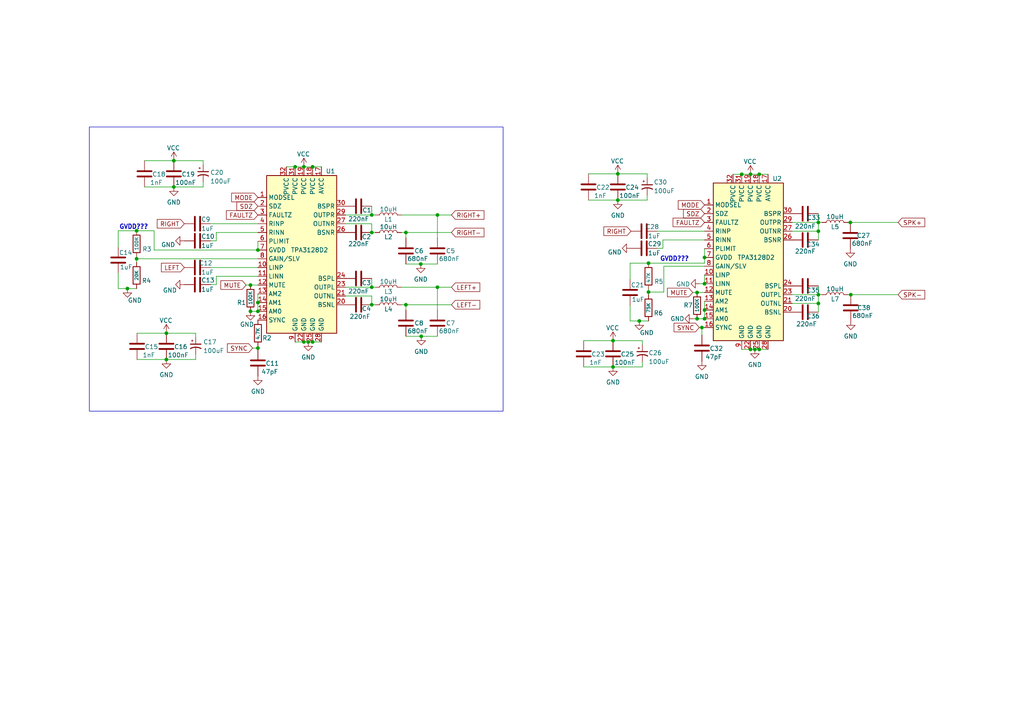
<source format=kicad_sch>
(kicad_sch (version 20230121) (generator eeschema)
  (paper "A4")
  (lib_symbols
    (symbol "Amplifier_Audio:SSM2165"
      (property "Reference" "U1" (at 6.985 25.4 0))
      (property "Value" "TPA3128D2" (at -3.175 2.54 0))
      (symbol "SSM2165_0_1"
        (rectangle (start -10.16 24.13) (end 10.16 -21.59) (stroke (width 0.254)) (fill (type background)))
      )
      (symbol "SSM2165_1_1"
        (pin passive line (at -12.7 17.78 0) (length 2.54) (name "MODSEL") (number "1"))
        (pin passive line (at -12.7 -2.54 0) (length 2.54) (name "LINP") (number "10"))
        (pin passive line (at -12.7 -5.08 0) (length 2.54) (name "LINN") (number "11"))
        (pin passive line (at -12.7 -7.62 0) (length 2.54) (name "MUTE") (number "12"))
        (pin passive line (at -12.7 -10.16 0) (length 2.54) (name "AM2") (number "13"))
        (pin passive line (at -12.7 -12.7 0) (length 2.54) (name "AM1") (number "14"))
        (pin passive line (at -12.7 -15.24 0) (length 2.54) (name "AM0") (number "15"))
        (pin passive line (at -12.7 -17.78 0) (length 2.54) (name "SYNC") (number "16"))
        (pin passive line (at 5.715 26.67 270) (length 2.54) (name "AVCC") (number "17"))
        (pin passive line (at 3.175 26.67 270) (length 2.54) (name "PVCC") (number "18"))
        (pin passive line (at 0.635 26.67 270) (length 2.54) (name "PVCC") (number "19"))
        (pin passive line (at -12.7 15.24 0) (length 2.54) (name "SDZ") (number "2"))
        (pin passive line (at 12.7 -13.335 180) (length 2.54) (name "BSNL") (number "20"))
        (pin passive line (at 12.7 -10.795 180) (length 2.54) (name "OUTNL") (number "21"))
        (pin passive line (at 0.635 -24.13 90) (length 2.54) (name "GND") (number "22"))
        (pin passive line (at 12.7 -8.255 180) (length 2.54) (name "OUTPL") (number "23"))
        (pin passive line (at 12.7 -5.715 180) (length 2.54) (name "BSPL") (number "24"))
        (pin passive line (at 3.175 -24.13 90) (length 2.54) (name "GND") (number "25"))
        (pin passive line (at 12.7 7.62 180) (length 2.54) (name "BSNR") (number "26"))
        (pin passive line (at 12.7 10.16 180) (length 2.54) (name "OUTNR") (number "27"))
        (pin passive line (at 5.715 -24.13 90) (length 2.54) (name "GND") (number "28"))
        (pin passive line (at 12.7 12.7 180) (length 2.54) (name "OUTPR") (number "29"))
        (pin passive line (at -12.7 12.7 0) (length 2.54) (name "FAULTZ") (number "3"))
        (pin passive line (at 12.7 15.24 180) (length 2.54) (name "BSPR") (number "30"))
        (pin passive line (at -1.905 26.67 270) (length 2.54) (name "PVCC") (number "31"))
        (pin passive line (at -4.445 26.67 270) (length 2.54) (name "PVCC") (number "32"))
        (pin passive line (at -12.7 10.16 0) (length 2.54) (name "RINP") (number "4"))
        (pin passive line (at -12.7 7.62 0) (length 2.54) (name "RINN") (number "5"))
        (pin passive line (at -12.7 5.08 0) (length 2.54) (name "PLIMIT") (number "6"))
        (pin passive line (at -12.7 2.54 0) (length 2.54) (name "GVDD") (number "7"))
        (pin passive line (at -12.7 0 0) (length 2.54) (name "GAIN/SLV") (number "8"))
        (pin passive line (at -1.905 -24.13 90) (length 2.54) (name "GND") (number "9"))
      )
    )
    (symbol "Device:C" (pin_numbers hide) (pin_names (offset 0.254))
      (property "Reference" "C" (at 0.635 2.54 0))
      (property "Value" "C" (at 0.635 -2.54 0))
      (symbol "C_0_1"
        (polyline (pts (xy -2.032 -0.762) (xy 2.032 -0.762)) (stroke (width 0.508)))
        (polyline (pts (xy -2.032 0.762) (xy 2.032 0.762)) (stroke (width 0.508)))
      )
      (symbol "C_1_1"
        (pin passive line (at 0 3.81 270) (length 2.794) (name "~") (number "1"))
        (pin passive line (at 0 -3.81 90) (length 2.794) (name "~") (number "2"))
      )
    )
    (symbol "Device:C_Polarized_Small_US" (pin_numbers hide) (pin_names (offset 0.254) hide)
      (property "Reference" "C" (at 0.254 1.778 0))
      (property "Value" "C_Polarized_Small_US" (at 0.254 -2.032 0))
      (symbol "C_Polarized_Small_US_0_1"
        (polyline (pts (xy -1.524 0.508) (xy 1.524 0.508)) (stroke (width 0.3048)))
        (polyline (pts (xy -1.27 1.524) (xy -0.762 1.524)))
        (polyline (pts (xy -1.016 1.27) (xy -1.016 1.778)))
        (arc (start 1.524 -0.762) (mid 0 -0.3734) (end -1.524 -0.762) (stroke (width 0.3048)))
      )
      (symbol "C_Polarized_Small_US_1_1"
        (pin passive line (at 0 2.54 270) (length 2.032) (name "~") (number "1"))
        (pin passive line (at 0 -2.54 90) (length 2.032) (name "~") (number "2"))
      )
    )
    (symbol "Device:L" (pin_numbers hide) (pin_names (offset 1.016) hide)
      (property "Reference" "L" (at -1.27 0 90))
      (property "Value" "L" (at 1.905 0 90))
      (symbol "L_0_1"
        (arc (start 0 -2.54) (mid 0.6323 -1.905) (end 0 -1.27))
        (arc (start 0 -1.27) (mid 0.6323 -0.635) (end 0 0))
        (arc (start 0 0) (mid 0.6323 0.635) (end 0 1.27))
        (arc (start 0 1.27) (mid 0.6323 1.905) (end 0 2.54))
      )
      (symbol "L_1_1"
        (pin passive line (at 0 3.81 270) (length 1.27) (name "1") (number "1"))
        (pin passive line (at 0 -3.81 90) (length 1.27) (name "2") (number "2"))
      )
    )
    (symbol "Device:R" (pin_numbers hide) (pin_names (offset 0))
      (property "Reference" "R" (at 2.032 0 90))
      (property "Value" "R" (at 0 0 90))
      (symbol "R_0_1"
        (rectangle (start -1.016 -2.54) (end 1.016 2.54) (stroke (width 0.254)))
      )
      (symbol "R_1_1"
        (pin passive line (at 0 3.81 270) (length 1.27) (name "~") (number "1"))
        (pin passive line (at 0 -3.81 90) (length 1.27) (name "~") (number "2"))
      )
    )
    (symbol "power:GND" (power) (pin_names (offset 0))
      (property "Value" "GND" (at 0 -3.81 0))
      (symbol "GND_0_1"
        (polyline (pts (xy 0 0) (xy 0 -1.27) (xy 1.27 -1.27) (xy 0 -2.54) (xy -1.27 -1.27) (xy 0 -1.27)))
      )
      (symbol "GND_1_1"
        (pin power_in line (at 0 0 270) (length 0) hide (name "GND") (number "1"))
      )
    )
    (symbol "power:VCC" (power) (pin_names (offset 0))
      (property "Value" "VCC" (at 0 3.81 0))
      (symbol "VCC_0_1"
        (polyline (pts (xy -0.762 1.27) (xy 0 2.54)))
        (polyline (pts (xy 0 0) (xy 0 2.54)))
        (polyline (pts (xy 0 2.54) (xy 0.762 1.27)))
      )
      (symbol "VCC_1_1"
        (pin power_in line (at 0 0 90) (length 0) hide (name "VCC") (number "1"))
      )
    )
  )
  (junction (at 204.343 74.676))
  (junction (at 50.419 54.229))
  (junction (at 246.761 85.471))
  (junction (at 122.047 76.581))
  (junction (at 218.948 101.346))
  (junction (at 220.218 50.546))
  (junction (at 107.823 67.437))
  (junction (at 88.138 99.187))
  (junction (at 85.598 48.387))
  (junction (at 89.408 99.187))
  (junction (at 126.873 62.357))
  (junction (at 48.26 96.647))
  (junction (at 217.678 101.346))
  (junction (at 117.729 67.437))
  (junction (at 74.803 72.517))
  (junction (at 90.678 99.187))
  (junction (at 237.363 85.471))
  (junction (at 237.363 88.011))
  (junction (at 72.644 82.677))
  (junction (at 107.823 83.312))
  (junction (at 72.644 90.297))
  (junction (at 204.343 89.916))
  (junction (at 217.678 50.546))
  (junction (at 36.957 83.693))
  (junction (at 237.363 64.516))
  (junction (at 107.823 62.357))
  (junction (at 203.581 94.996))
  (junction (at 202.184 84.836))
  (junction (at 107.823 88.392))
  (junction (at 48.26 104.267))
  (junction (at 177.8 106.426))
  (junction (at 204.343 92.456))
  (junction (at 188.087 76.327))
  (junction (at 74.803 100.965))
  (junction (at 202.184 92.456))
  (junction (at 179.197 58.039))
  (junction (at 204.343 82.296))
  (junction (at 126.873 83.312))
  (junction (at 74.803 87.757))
  (junction (at 185.42 93.091))
  (junction (at 39.624 66.929))
  (junction (at 117.729 88.392))
  (junction (at 50.419 46.609))
  (junction (at 179.197 50.419))
  (junction (at 177.8 98.806))
  (junction (at 88.138 48.387))
  (junction (at 246.634 64.516))
  (junction (at 122.174 97.536))
  (junction (at 39.624 75.057))
  (junction (at 74.803 90.297))
  (junction (at 237.363 67.056))
  (junction (at 90.678 48.387))
  (junction (at 188.087 84.709))
  (junction (at 215.138 50.546))
  (junction (at 220.218 101.346))
  (wire (pts (xy 89.408 99.187) (xy 88.138 99.187)))
  (wire (pts (xy 192.532 84.709) (xy 188.087 84.709)))
  (wire (pts (xy 192.532 77.216) (xy 192.532 84.709)))
  (wire (pts (xy 88.138 48.387) (xy 90.678 48.387)))
  (wire (pts (xy 74.803 69.977) (xy 74.803 72.517)))
  (wire (pts (xy 246.634 64.516) (xy 260.477 64.516)))
  (wire (pts (xy 237.363 82.931) (xy 237.363 85.471)))
  (wire (pts (xy 56.769 104.267) (xy 56.769 102.87)))
  (wire (pts (xy 72.644 90.297) (xy 74.803 90.297)))
  (wire (pts (xy 177.8 106.426) (xy 169.291 106.426)))
  (wire (pts (xy 202.819 94.996) (xy 203.581 94.996)))
  (wire (pts (xy 107.823 83.312) (xy 100.203 83.312)))
  (wire (pts (xy 108.839 83.312) (xy 107.823 83.312)))
  (wire (pts (xy 88.138 99.187) (xy 85.598 99.187)))
  (wire (pts (xy 73.279 100.965) (xy 74.803 100.965)))
  (wire (pts (xy 204.343 77.216) (xy 192.532 77.216)))
  (wire (pts (xy 62.738 80.137) (xy 74.803 80.137)))
  (wire (pts (xy 61.087 69.85) (xy 62.738 69.85)))
  (wire (pts (xy 34.29 66.929) (xy 39.624 66.929)))
  (wire (pts (xy 107.823 85.852) (xy 100.203 85.852)))
  (wire (pts (xy 108.839 88.392) (xy 107.823 88.392)))
  (wire (pts (xy 182.753 76.327) (xy 188.087 76.327)))
  (wire (pts (xy 179.197 50.419) (xy 170.688 50.419)))
  (wire (pts (xy 34.29 83.693) (xy 36.957 83.693)))
  (wire (pts (xy 58.928 46.609) (xy 50.419 46.609)))
  (wire (pts (xy 188.087 83.947) (xy 188.087 84.709)))
  (wire (pts (xy 74.803 100.965) (xy 74.803 100.457)))
  (wire (pts (xy 117.729 76.581) (xy 122.047 76.581)))
  (wire (pts (xy 34.29 79.248) (xy 34.29 83.693)))
  (wire (pts (xy 48.26 104.267) (xy 56.769 104.267)))
  (wire (pts (xy 238.379 85.471) (xy 237.363 85.471)))
  (wire (pts (xy 237.363 88.011) (xy 229.743 88.011)))
  (wire (pts (xy 50.419 46.609) (xy 41.91 46.609)))
  (wire (pts (xy 72.644 82.677) (xy 74.803 82.677)))
  (wire (pts (xy 204.343 74.676) (xy 204.343 76.327)))
  (wire (pts (xy 108.839 67.437) (xy 107.823 67.437)))
  (wire (pts (xy 116.459 62.357) (xy 126.873 62.357)))
  (wire (pts (xy 48.26 104.267) (xy 39.751 104.267)))
  (wire (pts (xy 237.363 85.471) (xy 229.743 85.471)))
  (wire (pts (xy 61.087 77.597) (xy 74.803 77.597)))
  (wire (pts (xy 117.729 88.392) (xy 117.729 89.916)))
  (wire (pts (xy 107.823 88.392) (xy 107.823 85.852)))
  (wire (pts (xy 192.278 69.596) (xy 204.343 69.596)))
  (wire (pts (xy 126.873 68.961) (xy 126.873 62.357)))
  (wire (pts (xy 61.087 82.55) (xy 62.738 82.55)))
  (wire (pts (xy 179.197 58.039) (xy 187.706 58.039)))
  (wire (pts (xy 62.738 67.437) (xy 74.803 67.437)))
  (wire (pts (xy 117.729 67.437) (xy 130.937 67.437)))
  (wire (pts (xy 44.704 66.929) (xy 39.624 66.929)))
  (wire (pts (xy 187.706 51.562) (xy 187.706 50.419)))
  (wire (pts (xy 204.343 87.376) (xy 204.343 89.916)))
  (wire (pts (xy 50.419 54.229) (xy 41.91 54.229)))
  (wire (pts (xy 237.363 85.471) (xy 237.363 88.011)))
  (wire (pts (xy 50.419 54.229) (xy 58.928 54.229)))
  (wire (pts (xy 202.184 92.456) (xy 204.343 92.456)))
  (wire (pts (xy 58.928 47.752) (xy 58.928 46.609)))
  (wire (pts (xy 187.706 50.419) (xy 179.197 50.419)))
  (wire (pts (xy 58.928 54.229) (xy 58.928 52.832)))
  (wire (pts (xy 204.343 79.756) (xy 204.343 82.296)))
  (wire (pts (xy 237.363 67.056) (xy 229.743 67.056)))
  (wire (pts (xy 74.803 101.473) (xy 74.803 100.965)))
  (wire (pts (xy 186.309 106.426) (xy 186.309 105.029)))
  (wire (pts (xy 62.738 69.85) (xy 62.738 67.437)))
  (wire (pts (xy 126.873 62.357) (xy 130.937 62.357)))
  (wire (pts (xy 48.26 96.647) (xy 39.751 96.647)))
  (wire (pts (xy 202.184 84.836) (xy 204.343 84.836)))
  (wire (pts (xy 177.8 98.806) (xy 186.309 98.806)))
  (wire (pts (xy 185.42 93.091) (xy 188.087 93.091)))
  (wire (pts (xy 203.581 97.155) (xy 203.581 94.996)))
  (wire (pts (xy 204.343 89.916) (xy 204.343 92.456)))
  (wire (pts (xy 90.678 99.187) (xy 93.218 99.187)))
  (wire (pts (xy 107.823 59.817) (xy 107.823 62.357)))
  (wire (pts (xy 188.087 84.709) (xy 188.087 85.471)))
  (wire (pts (xy 218.948 101.346) (xy 220.218 101.346)))
  (wire (pts (xy 122.174 97.536) (xy 126.873 97.536)))
  (wire (pts (xy 200.914 84.836) (xy 202.184 84.836)))
  (wire (pts (xy 245.999 85.471) (xy 246.761 85.471)))
  (wire (pts (xy 36.957 83.693) (xy 39.624 83.693)))
  (wire (pts (xy 39.624 75.057) (xy 74.803 75.057)))
  (wire (pts (xy 61.087 64.897) (xy 74.803 64.897)))
  (wire (pts (xy 203.581 94.996) (xy 204.343 94.996)))
  (wire (pts (xy 90.678 48.387) (xy 93.218 48.387)))
  (wire (pts (xy 117.729 88.392) (xy 116.459 88.392)))
  (wire (pts (xy 74.803 72.517) (xy 44.704 72.517)))
  (wire (pts (xy 182.753 93.091) (xy 185.42 93.091)))
  (wire (pts (xy 182.753 88.646) (xy 182.753 93.091)))
  (wire (pts (xy 190.627 72.009) (xy 192.278 72.009)))
  (wire (pts (xy 190.627 67.056) (xy 204.343 67.056)))
  (wire (pts (xy 56.769 96.647) (xy 48.26 96.647)))
  (wire (pts (xy 117.729 88.392) (xy 130.937 88.392)))
  (wire (pts (xy 116.459 83.312) (xy 126.873 83.312)))
  (wire (pts (xy 238.379 64.516) (xy 237.363 64.516)))
  (wire (pts (xy 107.823 62.357) (xy 100.203 62.357)))
  (wire (pts (xy 34.29 71.628) (xy 34.29 66.929)))
  (wire (pts (xy 204.343 76.327) (xy 188.087 76.327)))
  (wire (pts (xy 237.363 64.516) (xy 237.363 67.056)))
  (wire (pts (xy 89.408 99.187) (xy 90.678 99.187)))
  (wire (pts (xy 39.624 75.057) (xy 39.624 74.549)))
  (wire (pts (xy 74.803 87.757) (xy 74.803 90.297)))
  (wire (pts (xy 177.8 106.426) (xy 186.309 106.426)))
  (wire (pts (xy 117.729 67.437) (xy 116.459 67.437)))
  (wire (pts (xy 177.8 98.806) (xy 169.291 98.806)))
  (wire (pts (xy 245.999 64.516) (xy 246.634 64.516)))
  (wire (pts (xy 126.873 83.312) (xy 130.937 83.312)))
  (wire (pts (xy 85.598 48.387) (xy 88.138 48.387)))
  (wire (pts (xy 187.706 58.039) (xy 187.706 56.642)))
  (wire (pts (xy 192.278 72.009) (xy 192.278 69.596)))
  (wire (pts (xy 237.363 90.551) (xy 237.363 88.011)))
  (wire (pts (xy 218.948 101.346) (xy 217.678 101.346)))
  (wire (pts (xy 83.058 48.387) (xy 85.598 48.387)))
  (wire (pts (xy 220.218 50.546) (xy 222.758 50.546)))
  (wire (pts (xy 107.823 64.897) (xy 100.203 64.897)))
  (wire (pts (xy 220.218 101.346) (xy 222.758 101.346)))
  (wire (pts (xy 201.168 92.456) (xy 202.184 92.456)))
  (wire (pts (xy 217.678 50.546) (xy 220.218 50.546)))
  (wire (pts (xy 71.374 82.677) (xy 72.644 82.677)))
  (wire (pts (xy 215.138 50.546) (xy 217.678 50.546)))
  (wire (pts (xy 44.704 66.929) (xy 44.704 72.517)))
  (wire (pts (xy 126.873 83.312) (xy 126.873 89.916)))
  (wire (pts (xy 122.047 76.581) (xy 126.873 76.581)))
  (wire (pts (xy 202.946 82.296) (xy 204.343 82.296)))
  (wire (pts (xy 108.839 62.357) (xy 107.823 62.357)))
  (wire (pts (xy 107.823 67.437) (xy 107.823 64.897)))
  (wire (pts (xy 182.753 81.026) (xy 182.753 76.327)))
  (wire (pts (xy 117.729 68.961) (xy 117.729 67.437)))
  (wire (pts (xy 217.678 101.346) (xy 215.138 101.346)))
  (wire (pts (xy 212.598 50.546) (xy 215.138 50.546)))
  (wire (pts (xy 204.343 72.136) (xy 204.343 74.676)))
  (wire (pts (xy 117.729 97.536) (xy 122.174 97.536)))
  (wire (pts (xy 62.738 82.55) (xy 62.738 80.137)))
  (wire (pts (xy 179.197 58.039) (xy 170.688 58.039)))
  (wire (pts (xy 237.363 61.976) (xy 237.363 64.516)))
  (wire (pts (xy 237.363 69.596) (xy 237.363 67.056)))
  (wire (pts (xy 237.363 64.516) (xy 229.743 64.516)))
  (wire (pts (xy 186.309 99.949) (xy 186.309 98.806)))
  (wire (pts (xy 246.761 85.471) (xy 260.477 85.471)))
  (wire (pts (xy 74.803 85.217) (xy 74.803 87.757)))
  (wire (pts (xy 56.769 97.79) (xy 56.769 96.647)))
  (wire (pts (xy 107.823 80.772) (xy 107.823 83.312)))
  (wire (pts (xy 39.624 76.073) (xy 39.624 75.057)))
  (rectangle (start 25.908 36.83) (end 145.923 119.253))
  (text "GVDD???\n" (at 191.389 75.946 0) (effects (font (size 1.27 1.27) (thickness 0.254) bold) (justify left bottom)))
  (text "GVDD???\n" (at 34.544 66.675 0) (effects (font (size 1.27 1.27) (thickness 0.254) bold) (justify left bottom)))
  (global_label "RIGHT+" (shape input) (at 130.937 62.357 0) (property "Intersheetrefs" "${INTERSHEET_REFS}" (effects hide)))
  (global_label "RIGHT-" (shape input) (at 130.937 67.437 0) (property "Intersheetrefs" "${INTERSHEET_REFS}" (effects hide)))
  (global_label "SPK+" (shape input) (at 260.477 64.516 0) (property "Intersheetrefs" "${INTERSHEET_REFS}" (effects hide)))
  (global_label "MODE" (shape input) (at 74.803 57.277 180) (property "Intersheetrefs" "${INTERSHEET_REFS}" (effects hide)))
  (global_label "RIGHT" (shape input) (at 183.007 67.056 180) (property "Intersheetrefs" "${INTERSHEET_REFS}" (effects hide)))
  (global_label "SDZ" (shape input) (at 204.343 61.976 180) (property "Intersheetrefs" "${INTERSHEET_REFS}" (effects hide)))
  (global_label "LEFT" (shape input) (at 53.467 77.597 180) (property "Intersheetrefs" "${INTERSHEET_REFS}" (effects hide)))
  (global_label "MODE" (shape input) (at 204.343 59.436 180) (property "Intersheetrefs" "${INTERSHEET_REFS}" (effects hide)))
  (global_label "SYNC" (shape input) (at 73.279 100.965 180) (property "Intersheetrefs" "${INTERSHEET_REFS}" (effects hide)))
  (global_label "LEFT-" (shape input) (at 130.937 88.392 0) (property "Intersheetrefs" "${INTERSHEET_REFS}" (effects hide)))
  (global_label "FAULTZ" (shape input) (at 204.343 64.516 180) (property "Intersheetrefs" "${INTERSHEET_REFS}" (effects hide)))
  (global_label "SPK-" (shape input) (at 260.477 85.471 0) (property "Intersheetrefs" "${INTERSHEET_REFS}" (effects hide)))
  (global_label "FAULTZ" (shape input) (at 74.803 62.357 180) (property "Intersheetrefs" "${INTERSHEET_REFS}" (effects hide)))
  (global_label "RIGHT" (shape input) (at 53.467 64.897 180) (property "Intersheetrefs" "${INTERSHEET_REFS}" (effects hide)))
  (global_label "MUTE" (shape input) (at 200.914 84.836 180) (property "Intersheetrefs" "${INTERSHEET_REFS}" (effects hide)))
  (global_label "MUTE" (shape input) (at 71.374 82.677 180) (property "Intersheetrefs" "${INTERSHEET_REFS}" (effects hide)))
  (global_label "SYNC" (shape input) (at 202.819 94.996 180) (property "Intersheetrefs" "${INTERSHEET_REFS}" (effects hide)))
  (global_label "LEFT+" (shape input) (at 130.937 83.312 0) (property "Intersheetrefs" "${INTERSHEET_REFS}" (effects hide)))
  (global_label "SDZ" (shape input) (at 74.803 59.817 180) (property "Intersheetrefs" "${INTERSHEET_REFS}" (effects hide)))
  (symbol (lib_id "Device:R") (at 202.184 88.646 0) (unit 1)
    (property "Reference" "R7" (at 198.247 88.519 0) (effects (justify left)))
    (property "Value" "100K" (at 202.184 90.551 90) (effects (font (size 1 1)) (justify left)))
  )
  (symbol (lib_id "power:VCC") (at 179.197 50.419 0) (unit 1)
    (property "Reference" "#PWR015" (effects hide))
    (property "Value" "VCC" (at 179.07 46.736 0))
  )
  (symbol (lib_id "Device:C") (at 74.803 105.283 0) (mirror x) (unit 1)
    (property "Reference" "C11" (at 78.994 105.41 0))
    (property "Value" "47pF" (at 78.232 107.823 0))
  )
  (symbol (lib_id "power:GND") (at 177.8 106.426 0) (unit 1)
    (property "Reference" "#PWR018" (effects hide))
    (property "Value" "GND" (at 177.8 110.871 0))
  )
  (symbol (lib_id "Amplifier_Audio:SSM2165") (at 87.503 75.057 0) (unit 1)
    (property "Reference" "U1" (at 94.488 49.657 0) (effects (justify left)))
    (property "Value" "TPA3128D2" (at 84.328 72.517 0) (effects (justify left)))
    (property "Footprint" "Package_SO:HTSSOP-32-1EP_6.1x11mm_P0.65mm_EP5.2x11mm_Mask4.11x4.36mm" (effects hide))
  )
  (symbol (lib_id "Device:C_Polarized_Small_US") (at 56.769 100.33 0) (unit 1)
    (property "Reference" "C17" (at 58.928 99.187 0) (effects (justify left)))
    (property "Value" "100uF" (at 58.928 101.727 0) (effects (justify left)))
  )
  (symbol (lib_id "Device:C") (at 169.291 102.616 0) (mirror x) (unit 1)
    (property "Reference" "C23" (at 173.482 102.743 0))
    (property "Value" "1nF" (at 172.72 105.156 0))
  )
  (symbol (lib_id "power:VCC") (at 177.8 98.806 0) (unit 1)
    (property "Reference" "#PWR017" (effects hide))
    (property "Value" "VCC" (at 177.673 95.123 0))
  )
  (symbol (lib_id "Device:L") (at 112.649 62.357 90) (unit 1)
    (property "Reference" "L1" (at 112.649 63.627 90))
    (property "Value" "10uH" (at 112.649 60.706 90))
  )
  (symbol (lib_id "Device:R") (at 188.087 80.137 0) (unit 1)
    (property "Reference" "R5" (at 189.738 81.661 0) (effects (justify left)))
    (property "Value" "47K" (at 188.087 82.042 90) (effects (font (size 1 1)) (justify left)))
  )
  (symbol (lib_id "power:GND") (at 179.197 58.039 0) (unit 1)
    (property "Reference" "#PWR016" (effects hide))
    (property "Value" "GND" (at 179.197 62.484 0))
  )
  (symbol (lib_id "power:GND") (at 122.047 76.581 0) (unit 1)
    (property "Reference" "#PWR03" (effects hide))
    (property "Value" "GND" (at 122.047 81.026 0))
  )
  (symbol (lib_id "power:VCC") (at 48.26 96.647 0) (unit 1)
    (property "Reference" "#PWR010" (effects hide))
    (property "Value" "VCC" (at 48.133 92.964 0))
  )
  (symbol (lib_id "Device:C") (at 57.277 64.897 270) (mirror x) (unit 1)
    (property "Reference" "C9" (at 59.69 63.627 90))
    (property "Value" "1uF" (at 60.198 66.294 90))
  )
  (symbol (lib_id "Device:C") (at 233.553 69.596 90) (mirror x) (unit 1)
    (property "Reference" "C34" (at 235.839 70.866 90))
    (property "Value" "220nF" (at 233.553 72.898 90))
  )
  (symbol (lib_id "Device:L") (at 112.649 67.437 90) (unit 1)
    (property "Reference" "L2" (at 112.649 68.707 90))
    (property "Value" "10uH" (at 112.649 65.786 90))
  )
  (symbol (lib_id "Device:C") (at 233.553 82.931 90) (unit 1)
    (property "Reference" "C35" (at 235.839 84.201 90))
    (property "Value" "220nF" (at 233.553 86.614 90))
  )
  (symbol (lib_id "Device:C") (at 104.013 59.817 90) (unit 1)
    (property "Reference" "C1" (at 106.426 60.96 90))
    (property "Value" "220nF" (at 104.013 63.5 90))
  )
  (symbol (lib_id "power:GND") (at 202.946 82.296 270) (unit 1)
    (property "Reference" "#PWR020" (effects hide))
    (property "Value" "GND" (at 198.12 82.423 90))
  )
  (symbol (lib_id "power:GND") (at 183.007 72.009 270) (unit 1)
    (property "Reference" "#PWR019" (effects hide))
    (property "Value" "GND" (at 178.308 73.152 90))
  )
  (symbol (lib_id "Device:C") (at 34.29 75.438 0) (mirror y) (unit 1)
    (property "Reference" "C14" (at 36.449 73.279 0))
    (property "Value" "1uF" (at 36.576 77.47 0))
  )
  (symbol (lib_id "Device:C") (at 126.873 93.726 0) (mirror x) (unit 1)
    (property "Reference" "C7" (at 130.683 93.726 0))
    (property "Value" "680nF" (at 130.302 96.012 0))
  )
  (symbol (lib_id "Device:C") (at 246.634 68.326 0) (mirror x) (unit 1)
    (property "Reference" "C27" (at 250.444 68.326 0))
    (property "Value" "680nF" (at 250.063 70.612 0))
  )
  (symbol (lib_id "power:GND") (at 218.948 101.346 0) (unit 1)
    (property "Reference" "#PWR024" (effects hide))
    (property "Value" "GND" (at 218.948 105.791 0))
  )
  (symbol (lib_id "Device:C") (at 39.751 100.457 0) (mirror x) (unit 1)
    (property "Reference" "C15" (at 43.942 100.584 0))
    (property "Value" "1nF" (at 43.18 102.997 0))
  )
  (symbol (lib_id "power:GND") (at 50.419 54.229 0) (unit 1)
    (property "Reference" "#PWR013" (effects hide))
    (property "Value" "GND" (at 50.419 58.674 0))
  )
  (symbol (lib_id "Device:C") (at 57.277 82.55 270) (mirror x) (unit 1)
    (property "Reference" "C13" (at 60.325 81.28 90))
    (property "Value" "1uF" (at 60.198 83.947 90))
  )
  (symbol (lib_id "power:GND") (at 74.803 109.093 0) (unit 1)
    (property "Reference" "#PWR06" (effects hide))
    (property "Value" "GND" (at 74.803 113.538 0))
  )
  (symbol (lib_id "Device:L") (at 112.649 83.312 90) (unit 1)
    (property "Reference" "L3" (at 112.649 84.582 90))
    (property "Value" "10uH" (at 112.649 81.661 90))
  )
  (symbol (lib_id "Device:C") (at 104.013 80.772 90) (unit 1)
    (property "Reference" "C3" (at 106.299 82.042 90))
    (property "Value" "220nF" (at 104.013 84.455 90))
  )
  (symbol (lib_id "power:GND") (at 122.174 97.536 0) (unit 1)
    (property "Reference" "#PWR02" (effects hide))
    (property "Value" "GND" (at 122.174 101.981 0))
  )
  (symbol (lib_id "power:GND") (at 53.467 82.55 270) (unit 1)
    (property "Reference" "#PWR07" (effects hide))
    (property "Value" "GND" (at 49.276 84.201 90))
  )
  (symbol (lib_id "Device:C") (at 170.688 54.229 0) (mirror x) (unit 1)
    (property "Reference" "C22" (at 174.879 54.356 0))
    (property "Value" "1nF" (at 174.117 56.769 0))
  )
  (symbol (lib_id "Device:C") (at 182.753 84.836 0) (mirror y) (unit 1)
    (property "Reference" "C21" (at 184.912 82.677 0))
    (property "Value" "1uF" (at 185.039 86.868 0))
  )
  (symbol (lib_id "power:VCC") (at 217.678 50.546 0) (unit 1)
    (property "Reference" "#PWR023" (effects hide))
    (property "Value" "VCC" (at 217.551 46.863 0))
  )
  (symbol (lib_id "Amplifier_Audio:SSM2165") (at 217.043 77.216 0) (unit 1)
    (property "Reference" "U2" (at 224.028 51.816 0) (effects (justify left)))
    (property "Value" "TPA3128D2" (at 213.868 74.676 0) (effects (justify left)))
    (property "Footprint" "Package_SO:HTSSOP-32-1EP_6.1x11mm_P0.65mm_EP5.2x11mm_Mask4.11x4.36mm" (effects hide))
  )
  (symbol (lib_id "Device:C_Polarized_Small_US") (at 187.706 54.102 0) (unit 1)
    (property "Reference" "C30" (at 189.611 52.832 0) (effects (justify left)))
    (property "Value" "100uF" (at 189.611 55.372 0) (effects (justify left)))
  )
  (symbol (lib_id "power:GND") (at 36.957 83.693 0) (unit 1)
    (property "Reference" "#PWR09" (effects hide))
    (property "Value" "GND" (at 39.116 87.122 0))
  )
  (symbol (lib_id "Device:R") (at 188.087 89.281 0) (unit 1)
    (property "Reference" "R6" (at 189.611 90.805 0) (effects (justify left)))
    (property "Value" "75K" (at 188.087 90.805 90) (effects (font (size 1 1)) (justify left)))
  )
  (symbol (lib_id "Device:C") (at 117.729 93.726 0) (mirror x) (unit 1)
    (property "Reference" "C8" (at 121.539 93.726 0))
    (property "Value" "680nF" (at 121.158 96.012 0))
  )
  (symbol (lib_id "Device:R") (at 74.803 96.647 0) (unit 1)
    (property "Reference" "R2" (at 76.073 98.044 0) (effects (justify left)))
    (property "Value" "4.7K" (at 74.803 98.552 90) (effects (font (size 1 1)) (justify left)))
  )
  (symbol (lib_id "Device:C") (at 186.817 72.009 270) (mirror x) (unit 1)
    (property "Reference" "C29" (at 189.865 70.739 90))
    (property "Value" "1uF" (at 189.738 73.406 90))
  )
  (symbol (lib_id "power:GND") (at 246.634 72.136 0) (unit 1)
    (property "Reference" "#PWR025" (effects hide))
    (property "Value" "GND" (at 246.634 76.581 0))
  )
  (symbol (lib_id "power:VCC") (at 50.419 46.609 0) (unit 1)
    (property "Reference" "#PWR012" (effects hide))
    (property "Value" "VCC" (at 50.292 42.926 0))
  )
  (symbol (lib_id "Device:C_Polarized_Small_US") (at 186.309 102.489 0) (unit 1)
    (property "Reference" "C26" (at 188.087 102.362 0) (effects (justify left)))
    (property "Value" "100uF" (at 188.087 104.902 0) (effects (justify left)))
  )
  (symbol (lib_id "Device:C") (at 57.277 77.597 270) (mirror x) (unit 1)
    (property "Reference" "C12" (at 59.69 76.327 90))
    (property "Value" "1uF" (at 60.198 78.994 90))
  )
  (symbol (lib_id "Device:C") (at 48.26 100.457 0) (mirror x) (unit 1)
    (property "Reference" "C16" (at 52.451 100.584 0))
    (property "Value" "100nF" (at 51.689 102.997 0))
  )
  (symbol (lib_id "power:GND") (at 203.581 104.775 0) (unit 1)
    (property "Reference" "#PWR022" (effects hide))
    (property "Value" "GND" (at 203.581 109.22 0))
  )
  (symbol (lib_id "Device:R") (at 72.644 86.487 0) (unit 1)
    (property "Reference" "R1" (at 68.707 87.757 0) (effects (justify left)))
    (property "Value" "100K" (at 72.644 88.392 90) (effects (font (size 1 1)) (justify left)))
  )
  (symbol (lib_id "Device:C") (at 186.817 67.056 270) (mirror x) (unit 1)
    (property "Reference" "C28" (at 189.23 65.786 90))
    (property "Value" "1uF" (at 189.738 68.453 90))
  )
  (symbol (lib_id "Device:L") (at 242.189 64.516 90) (unit 1)
    (property "Reference" "L5" (at 242.189 65.786 90))
    (property "Value" "10uH" (at 242.189 62.865 90))
  )
  (symbol (lib_id "Device:C") (at 104.013 67.437 90) (mirror x) (unit 1)
    (property "Reference" "C2" (at 106.299 68.707 90))
    (property "Value" "220nF" (at 104.013 70.739 90))
  )
  (symbol (lib_id "Device:L") (at 112.649 88.392 90) (unit 1)
    (property "Reference" "L4" (at 112.649 89.662 90))
    (property "Value" "10uH" (at 112.649 86.741 90))
  )
  (symbol (lib_id "Device:C") (at 233.553 90.551 90) (mirror x) (unit 1)
    (property "Reference" "C36" (at 235.839 91.694 90))
    (property "Value" "220nF" (at 233.934 93.98 90))
  )
  (symbol (lib_id "Device:C") (at 203.581 100.965 0) (mirror x) (unit 1)
    (property "Reference" "C32" (at 207.772 101.092 0))
    (property "Value" "47pF" (at 207.01 103.505 0))
  )
  (symbol (lib_id "Device:C") (at 50.419 50.419 0) (mirror x) (unit 1)
    (property "Reference" "C19" (at 54.61 50.546 0))
    (property "Value" "100nF" (at 53.848 52.959 0))
  )
  (symbol (lib_id "Device:C") (at 126.873 72.771 0) (mirror x) (unit 1)
    (property "Reference" "C5" (at 130.683 72.771 0))
    (property "Value" "680nF" (at 130.302 75.057 0))
  )
  (symbol (lib_id "Device:C_Polarized_Small_US") (at 58.928 50.292 0) (unit 1)
    (property "Reference" "C20" (at 60.96 50.038 0) (effects (justify left)))
    (property "Value" "100uF" (at 60.96 52.578 0) (effects (justify left)))
  )
  (symbol (lib_id "Device:C") (at 41.91 50.419 0) (mirror x) (unit 1)
    (property "Reference" "C18" (at 46.101 50.546 0))
    (property "Value" "1nF" (at 45.339 52.959 0))
  )
  (symbol (lib_id "power:GND") (at 185.42 93.091 0) (unit 1)
    (property "Reference" "#PWR014" (effects hide))
    (property "Value" "GND" (at 187.579 96.52 0))
  )
  (symbol (lib_id "power:GND") (at 72.644 90.297 0) (unit 1)
    (property "Reference" "#PWR05" (effects hide))
    (property "Value" "GND" (at 71.628 94.107 0))
  )
  (symbol (lib_id "Device:L") (at 242.189 85.471 90) (unit 1)
    (property "Reference" "L7" (at 242.189 86.741 90))
    (property "Value" "10uH" (at 242.189 83.82 90))
  )
  (symbol (lib_id "power:GND") (at 201.168 92.456 270) (unit 1)
    (property "Reference" "#PWR021" (effects hide))
    (property "Value" "GND" (at 196.469 92.456 90))
  )
  (symbol (lib_id "Device:C") (at 57.277 69.85 270) (mirror x) (unit 1)
    (property "Reference" "C10" (at 60.325 68.58 90))
    (property "Value" "1uF" (at 60.198 71.247 90))
  )
  (symbol (lib_id "Device:C") (at 104.013 88.392 90) (mirror x) (unit 1)
    (property "Reference" "C4" (at 106.299 89.535 90))
    (property "Value" "220nF" (at 104.394 91.821 90))
  )
  (symbol (lib_id "Device:C") (at 177.8 102.616 0) (mirror x) (unit 1)
    (property "Reference" "C25" (at 181.991 102.743 0))
    (property "Value" "100nF" (at 181.229 105.156 0))
  )
  (symbol (lib_id "power:GND") (at 48.26 104.267 0) (unit 1)
    (property "Reference" "#PWR011" (effects hide))
    (property "Value" "GND" (at 48.26 108.712 0))
  )
  (symbol (lib_id "Device:C") (at 246.761 89.281 0) (mirror x) (unit 1)
    (property "Reference" "C38" (at 250.571 89.281 0))
    (property "Value" "680nF" (at 250.19 91.567 0))
  )
  (symbol (lib_id "power:GND") (at 53.467 69.85 270) (unit 1)
    (property "Reference" "#PWR08" (effects hide))
    (property "Value" "GND" (at 48.768 70.993 90))
  )
  (symbol (lib_id "power:VCC") (at 88.138 48.387 0) (unit 1)
    (property "Reference" "#PWR04" (effects hide))
    (property "Value" "VCC" (at 88.011 44.704 0))
  )
  (symbol (lib_id "Device:C") (at 117.729 72.771 0) (mirror x) (unit 1)
    (property "Reference" "C6" (at 121.539 72.771 0))
    (property "Value" "680nF" (at 121.158 75.057 0))
  )
  (symbol (lib_id "power:GND") (at 89.408 99.187 0) (unit 1)
    (property "Reference" "#PWR01" (effects hide))
    (property "Value" "GND" (at 89.408 103.632 0))
  )
  (symbol (lib_id "Device:R") (at 39.624 70.739 0) (unit 1)
    (property "Reference" "R3" (at 41.275 72.263 0) (effects (justify left)))
    (property "Value" "100K" (at 39.624 72.644 90) (effects (font (size 1 1)) (justify left)))
  )
  (symbol (lib_id "Device:C") (at 233.553 61.976 90) (unit 1)
    (property "Reference" "C33" (at 235.966 63.119 90))
    (property "Value" "220nF" (at 233.553 65.659 90))
  )
  (symbol (lib_id "Device:R") (at 39.624 79.883 0) (unit 1)
    (property "Reference" "R4" (at 41.148 81.407 0) (effects (justify left)))
    (property "Value" "20K" (at 39.624 81.407 90) (effects (font (size 1 1)) (justify left)))
  )
  (symbol (lib_id "Device:C") (at 179.197 54.229 0) (mirror x) (unit 1)
    (property "Reference" "C24" (at 183.388 54.356 0))
    (property "Value" "100nF" (at 182.626 56.769 0))
  )
  (symbol (lib_id "power:GND") (at 246.761 93.091 0) (unit 1)
    (property "Reference" "#PWR026" (effects hide))
    (property "Value" "GND" (at 246.761 97.536 0))
  )
)
</source>
